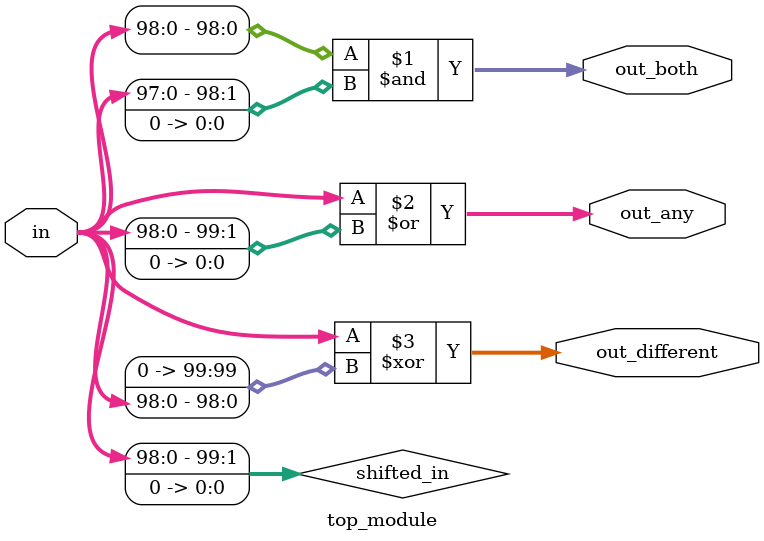
<source format=sv>
module top_module (
    input [99:0] in,
    output [98:0] out_both,
    output [99:0] out_any,
    output [99:0] out_different
);

    wire [99:0] shifted_in;
    
    assign shifted_in = {in[98:0], 1'b0}; // Shift the 'in' vector by one bit to the left
   
    assign out_both = in[98:0] & shifted_in[98:0]; // Bit-wise AND for 99 bits
    assign out_any = in | shifted_in;             // Bit-wise OR for 100 bits
    assign out_different = in ^ {shifted_in[99:1]};
    
endmodule

</source>
